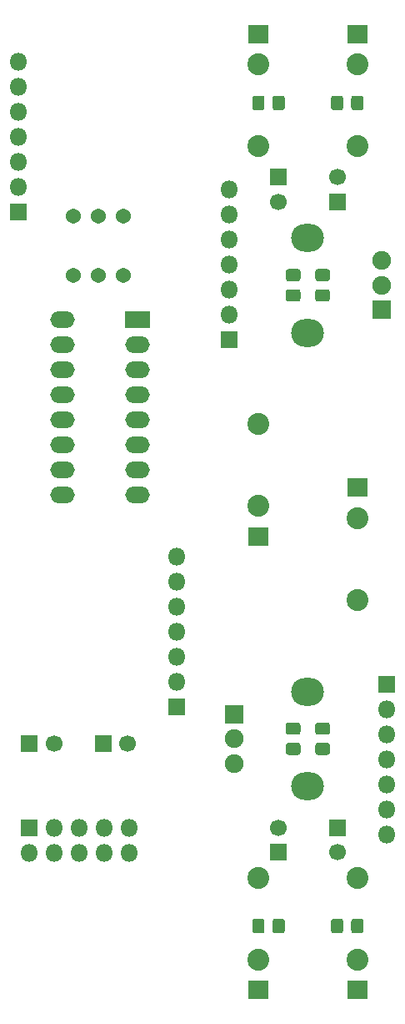
<source format=gbr>
%TF.GenerationSoftware,KiCad,Pcbnew,5.1.6*%
%TF.CreationDate,2020-07-14T13:58:31+04:00*%
%TF.ProjectId,FC_more_vcas,46435f6d-6f72-4655-9f76-6361732e6b69,rev?*%
%TF.SameCoordinates,Original*%
%TF.FileFunction,Soldermask,Bot*%
%TF.FilePolarity,Negative*%
%FSLAX46Y46*%
G04 Gerber Fmt 4.6, Leading zero omitted, Abs format (unit mm)*
G04 Created by KiCad (PCBNEW 5.1.6) date 2020-07-14 13:58:31*
%MOMM*%
%LPD*%
G01*
G04 APERTURE LIST*
%ADD10C,1.540000*%
%ADD11C,1.700000*%
%ADD12R,1.700000X1.700000*%
%ADD13O,3.340000X2.820000*%
%ADD14C,1.900000*%
%ADD15R,1.900000X1.900000*%
%ADD16C,2.230000*%
%ADD17R,2.030000X1.930000*%
%ADD18R,1.800000X1.800000*%
%ADD19O,1.800000X1.800000*%
%ADD20R,2.500000X1.700000*%
%ADD21O,2.500000X1.700000*%
G04 APERTURE END LIST*
D10*
%TO.C,BIAS1*%
X27700000Y-39000000D03*
X30240000Y-39000000D03*
X32780000Y-39000000D03*
%TD*%
%TO.C,BIAS2*%
X32780000Y-45000000D03*
X30240000Y-45000000D03*
X27700000Y-45000000D03*
%TD*%
D11*
%TO.C,C1*%
X48500000Y-37500000D03*
D12*
X48500000Y-35000000D03*
%TD*%
%TO.C,C2*%
X54500000Y-37500000D03*
D11*
X54500000Y-35000000D03*
%TD*%
D12*
%TO.C,C3*%
X54500000Y-101000000D03*
D11*
X54500000Y-103500000D03*
%TD*%
%TO.C,C4*%
X48500000Y-101000000D03*
D12*
X48500000Y-103500000D03*
%TD*%
%TO.C,C5*%
X23200000Y-92500000D03*
D11*
X25700000Y-92500000D03*
%TD*%
%TO.C,C6*%
X33200000Y-92500000D03*
D12*
X30700000Y-92500000D03*
%TD*%
D13*
%TO.C,INITIAL_CV1*%
X51500000Y-50800000D03*
X51500000Y-41200000D03*
D14*
X59000000Y-43500000D03*
X59000000Y-46000000D03*
D15*
X59000000Y-48500000D03*
%TD*%
%TO.C,INITIAL_CV2*%
X44000000Y-89500000D03*
D14*
X44000000Y-92000000D03*
X44000000Y-94500000D03*
D13*
X51500000Y-96800000D03*
X51500000Y-87200000D03*
%TD*%
D16*
%TO.C,INPUT_1*%
X46500000Y-23600000D03*
D17*
X46500000Y-20500000D03*
D16*
X46500000Y-31900000D03*
%TD*%
%TO.C,INPUT_2*%
X46500000Y-106100000D03*
D17*
X46500000Y-117500000D03*
D16*
X46500000Y-114400000D03*
%TD*%
D18*
%TO.C,J1*%
X22100000Y-38600000D03*
D19*
X22100000Y-36060000D03*
X22100000Y-33520000D03*
X22100000Y-30980000D03*
X22100000Y-28440000D03*
X22100000Y-25900000D03*
X22100000Y-23360000D03*
%TD*%
%TO.C,J2*%
X38150000Y-73560000D03*
X38150000Y-76100000D03*
X38150000Y-78640000D03*
X38150000Y-81180000D03*
X38150000Y-83720000D03*
X38150000Y-86260000D03*
D18*
X38150000Y-88800000D03*
%TD*%
%TO.C,J3*%
X43500000Y-51500000D03*
D19*
X43500000Y-48960000D03*
X43500000Y-46420000D03*
X43500000Y-43880000D03*
X43500000Y-41340000D03*
X43500000Y-38800000D03*
X43500000Y-36260000D03*
%TD*%
D18*
%TO.C,J4*%
X59500000Y-86500000D03*
D19*
X59500000Y-89040000D03*
X59500000Y-91580000D03*
X59500000Y-94120000D03*
X59500000Y-96660000D03*
X59500000Y-99200000D03*
X59500000Y-101740000D03*
%TD*%
D18*
%TO.C,J5*%
X23200000Y-101000000D03*
D19*
X23200000Y-103540000D03*
X25740000Y-101000000D03*
X25740000Y-103540000D03*
X28280000Y-101000000D03*
X28280000Y-103540000D03*
X30820000Y-101000000D03*
X30820000Y-103540000D03*
X33360000Y-101000000D03*
X33360000Y-103540000D03*
%TD*%
D16*
%TO.C,IN_CV_1*%
X46500000Y-68400000D03*
D17*
X46500000Y-71500000D03*
D16*
X46500000Y-60100000D03*
%TD*%
%TO.C,IN_CV_2*%
X56500000Y-77900000D03*
D17*
X56500000Y-66500000D03*
D16*
X56500000Y-69600000D03*
%TD*%
%TO.C,OUTPUT_1*%
X56500000Y-23600000D03*
D17*
X56500000Y-20500000D03*
D16*
X56500000Y-31900000D03*
%TD*%
%TO.C,OUTPUT_2*%
X56500000Y-106100000D03*
D17*
X56500000Y-117500000D03*
D16*
X56500000Y-114400000D03*
%TD*%
%TO.C,R3*%
G36*
G01*
X47900000Y-27978262D02*
X47900000Y-27021738D01*
G75*
G02*
X48171738Y-26750000I271738J0D01*
G01*
X48878262Y-26750000D01*
G75*
G02*
X49150000Y-27021738I0J-271738D01*
G01*
X49150000Y-27978262D01*
G75*
G02*
X48878262Y-28250000I-271738J0D01*
G01*
X48171738Y-28250000D01*
G75*
G02*
X47900000Y-27978262I0J271738D01*
G01*
G37*
G36*
G01*
X45850000Y-27978262D02*
X45850000Y-27021738D01*
G75*
G02*
X46121738Y-26750000I271738J0D01*
G01*
X46828262Y-26750000D01*
G75*
G02*
X47100000Y-27021738I0J-271738D01*
G01*
X47100000Y-27978262D01*
G75*
G02*
X46828262Y-28250000I-271738J0D01*
G01*
X46121738Y-28250000D01*
G75*
G02*
X45850000Y-27978262I0J271738D01*
G01*
G37*
%TD*%
%TO.C,R4*%
G36*
G01*
X55100000Y-27021738D02*
X55100000Y-27978262D01*
G75*
G02*
X54828262Y-28250000I-271738J0D01*
G01*
X54121738Y-28250000D01*
G75*
G02*
X53850000Y-27978262I0J271738D01*
G01*
X53850000Y-27021738D01*
G75*
G02*
X54121738Y-26750000I271738J0D01*
G01*
X54828262Y-26750000D01*
G75*
G02*
X55100000Y-27021738I0J-271738D01*
G01*
G37*
G36*
G01*
X57150000Y-27021738D02*
X57150000Y-27978262D01*
G75*
G02*
X56878262Y-28250000I-271738J0D01*
G01*
X56171738Y-28250000D01*
G75*
G02*
X55900000Y-27978262I0J271738D01*
G01*
X55900000Y-27021738D01*
G75*
G02*
X56171738Y-26750000I271738J0D01*
G01*
X56878262Y-26750000D01*
G75*
G02*
X57150000Y-27021738I0J-271738D01*
G01*
G37*
%TD*%
%TO.C,R13*%
G36*
G01*
X57150000Y-110521738D02*
X57150000Y-111478262D01*
G75*
G02*
X56878262Y-111750000I-271738J0D01*
G01*
X56171738Y-111750000D01*
G75*
G02*
X55900000Y-111478262I0J271738D01*
G01*
X55900000Y-110521738D01*
G75*
G02*
X56171738Y-110250000I271738J0D01*
G01*
X56878262Y-110250000D01*
G75*
G02*
X57150000Y-110521738I0J-271738D01*
G01*
G37*
G36*
G01*
X55100000Y-110521738D02*
X55100000Y-111478262D01*
G75*
G02*
X54828262Y-111750000I-271738J0D01*
G01*
X54121738Y-111750000D01*
G75*
G02*
X53850000Y-111478262I0J271738D01*
G01*
X53850000Y-110521738D01*
G75*
G02*
X54121738Y-110250000I271738J0D01*
G01*
X54828262Y-110250000D01*
G75*
G02*
X55100000Y-110521738I0J-271738D01*
G01*
G37*
%TD*%
%TO.C,R14*%
G36*
G01*
X45850000Y-111478262D02*
X45850000Y-110521738D01*
G75*
G02*
X46121738Y-110250000I271738J0D01*
G01*
X46828262Y-110250000D01*
G75*
G02*
X47100000Y-110521738I0J-271738D01*
G01*
X47100000Y-111478262D01*
G75*
G02*
X46828262Y-111750000I-271738J0D01*
G01*
X46121738Y-111750000D01*
G75*
G02*
X45850000Y-111478262I0J271738D01*
G01*
G37*
G36*
G01*
X47900000Y-111478262D02*
X47900000Y-110521738D01*
G75*
G02*
X48171738Y-110250000I271738J0D01*
G01*
X48878262Y-110250000D01*
G75*
G02*
X49150000Y-110521738I0J-271738D01*
G01*
X49150000Y-111478262D01*
G75*
G02*
X48878262Y-111750000I-271738J0D01*
G01*
X48171738Y-111750000D01*
G75*
G02*
X47900000Y-111478262I0J271738D01*
G01*
G37*
%TD*%
%TO.C,R15*%
G36*
G01*
X49521738Y-44350000D02*
X50478262Y-44350000D01*
G75*
G02*
X50750000Y-44621738I0J-271738D01*
G01*
X50750000Y-45328262D01*
G75*
G02*
X50478262Y-45600000I-271738J0D01*
G01*
X49521738Y-45600000D01*
G75*
G02*
X49250000Y-45328262I0J271738D01*
G01*
X49250000Y-44621738D01*
G75*
G02*
X49521738Y-44350000I271738J0D01*
G01*
G37*
G36*
G01*
X49521738Y-46400000D02*
X50478262Y-46400000D01*
G75*
G02*
X50750000Y-46671738I0J-271738D01*
G01*
X50750000Y-47378262D01*
G75*
G02*
X50478262Y-47650000I-271738J0D01*
G01*
X49521738Y-47650000D01*
G75*
G02*
X49250000Y-47378262I0J271738D01*
G01*
X49250000Y-46671738D01*
G75*
G02*
X49521738Y-46400000I271738J0D01*
G01*
G37*
%TD*%
%TO.C,R16*%
G36*
G01*
X52521738Y-44350000D02*
X53478262Y-44350000D01*
G75*
G02*
X53750000Y-44621738I0J-271738D01*
G01*
X53750000Y-45328262D01*
G75*
G02*
X53478262Y-45600000I-271738J0D01*
G01*
X52521738Y-45600000D01*
G75*
G02*
X52250000Y-45328262I0J271738D01*
G01*
X52250000Y-44621738D01*
G75*
G02*
X52521738Y-44350000I271738J0D01*
G01*
G37*
G36*
G01*
X52521738Y-46400000D02*
X53478262Y-46400000D01*
G75*
G02*
X53750000Y-46671738I0J-271738D01*
G01*
X53750000Y-47378262D01*
G75*
G02*
X53478262Y-47650000I-271738J0D01*
G01*
X52521738Y-47650000D01*
G75*
G02*
X52250000Y-47378262I0J271738D01*
G01*
X52250000Y-46671738D01*
G75*
G02*
X52521738Y-46400000I271738J0D01*
G01*
G37*
%TD*%
%TO.C,R17*%
G36*
G01*
X53478262Y-91600000D02*
X52521738Y-91600000D01*
G75*
G02*
X52250000Y-91328262I0J271738D01*
G01*
X52250000Y-90621738D01*
G75*
G02*
X52521738Y-90350000I271738J0D01*
G01*
X53478262Y-90350000D01*
G75*
G02*
X53750000Y-90621738I0J-271738D01*
G01*
X53750000Y-91328262D01*
G75*
G02*
X53478262Y-91600000I-271738J0D01*
G01*
G37*
G36*
G01*
X53478262Y-93650000D02*
X52521738Y-93650000D01*
G75*
G02*
X52250000Y-93378262I0J271738D01*
G01*
X52250000Y-92671738D01*
G75*
G02*
X52521738Y-92400000I271738J0D01*
G01*
X53478262Y-92400000D01*
G75*
G02*
X53750000Y-92671738I0J-271738D01*
G01*
X53750000Y-93378262D01*
G75*
G02*
X53478262Y-93650000I-271738J0D01*
G01*
G37*
%TD*%
%TO.C,R18*%
G36*
G01*
X50478262Y-91600000D02*
X49521738Y-91600000D01*
G75*
G02*
X49250000Y-91328262I0J271738D01*
G01*
X49250000Y-90621738D01*
G75*
G02*
X49521738Y-90350000I271738J0D01*
G01*
X50478262Y-90350000D01*
G75*
G02*
X50750000Y-90621738I0J-271738D01*
G01*
X50750000Y-91328262D01*
G75*
G02*
X50478262Y-91600000I-271738J0D01*
G01*
G37*
G36*
G01*
X50478262Y-93650000D02*
X49521738Y-93650000D01*
G75*
G02*
X49250000Y-93378262I0J271738D01*
G01*
X49250000Y-92671738D01*
G75*
G02*
X49521738Y-92400000I271738J0D01*
G01*
X50478262Y-92400000D01*
G75*
G02*
X50750000Y-92671738I0J-271738D01*
G01*
X50750000Y-93378262D01*
G75*
G02*
X50478262Y-93650000I-271738J0D01*
G01*
G37*
%TD*%
D20*
%TO.C,U1*%
X34200000Y-49500000D03*
D21*
X26580000Y-67280000D03*
X34200000Y-52040000D03*
X26580000Y-64740000D03*
X34200000Y-54580000D03*
X26580000Y-62200000D03*
X34200000Y-57120000D03*
X26580000Y-59660000D03*
X34200000Y-59660000D03*
X26580000Y-57120000D03*
X34200000Y-62200000D03*
X26580000Y-54580000D03*
X34200000Y-64740000D03*
X26580000Y-52040000D03*
X34200000Y-67280000D03*
X26580000Y-49500000D03*
%TD*%
M02*

</source>
